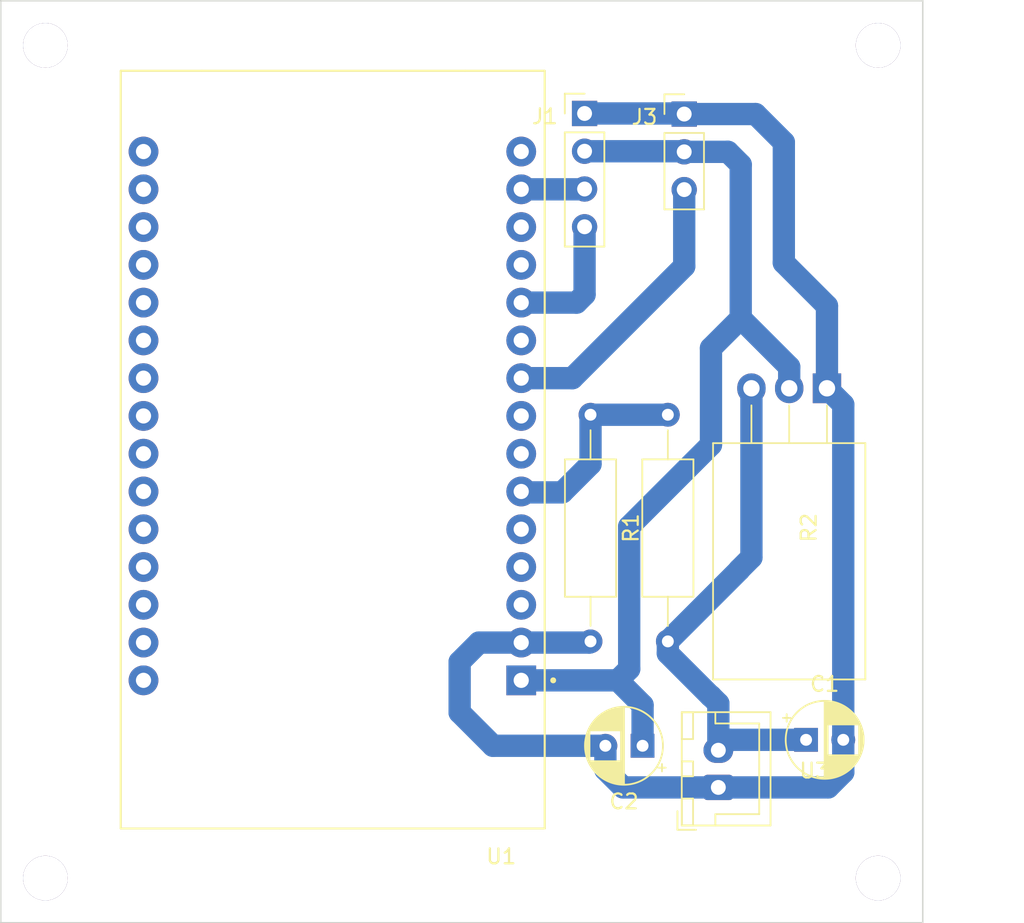
<source format=kicad_pcb>
(kicad_pcb (version 20221018) (generator pcbnew)
  (layers (0 "F.Cu" signal) (31 "B.Cu" signal) (34 "B.Paste" user) (35 "F.Paste" user) (36 "B.SilkS" user "B.Silkscreen") (37 "F.SilkS" user "F.Silkscreen") (38 "B.Mask" user) (39 "F.Mask" user) (44 "Edge.Cuts" user))
  (net 0 "")
  (net 1 "+3.3V")
  (net 2 "GND")
  (net 3 "DATA_DHT11")
  (net 10 "ADC_BATT")
  (net 19 "SDA")
  (net 20 "SCL")
  (net 26 "BATT+")
  (footprint "Package_TO_SOT_THT:TO-220-3_Horizontal_TabDown" (layer "F.Cu") (at 224.56 65.06 180)
    (fp_text reference "U3" (at 0.845113 -25.72) (layer "F.SilkS"))
    (fp_text value "LM1117T-3.3")
    (fp_line (start -2.58 -19.58) (end -2.58 -3.69) (stroke (width 0.12)) (layer "F.SilkS"))
    (fp_line (start -2.58 -19.58) (end 7.66 -19.58) (stroke (width 0.12)) (layer "F.SilkS"))
    (fp_line (start -2.58 -3.69) (end 7.66 -3.69) (stroke (width 0.12)) (layer "F.SilkS"))
    (fp_line (start 0 -3.69) (end 0 -1.15) (stroke (width 0.12)) (layer "F.SilkS"))
    (fp_line (start 2.54 -3.69) (end 2.54 -1.15) (stroke (width 0.12)) (layer "F.SilkS"))
    (fp_line (start 5.08 -3.69) (end 5.08 -1.15) (stroke (width 0.12)) (layer "F.SilkS"))
    (fp_line (start 7.66 -19.58) (end 7.66 -3.69) (stroke (width 0.12)) (layer "F.SilkS"))
    (pad "" np_thru_hole oval (at 2.54 -16.66 180) (size 3.5 3.5) (drill 3.5) (layers "*.Cu" "*.Mask"))
    (pad "1" thru_hole rect (at 0 0 180) (size 1.905 2) (drill 1.1) (layers "*.Cu" "*.Mask") (net 2 "GND"))
    (pad "2" thru_hole oval (at 2.54 0 180) (size 1.905 2) (drill 1.1) (layers "*.Cu" "*.Mask") (net 1 "+3.3V"))
    (pad "3" thru_hole oval (at 5.08 0 180) (size 1.905 2) (drill 1.1) (layers "*.Cu" "*.Mask") (net 26 "BATT+"))
  )
  (footprint "Resistor_THT:R_Axial_DIN0309_L9.0mm_D3.2mm_P15.24mm_Horizontal" (layer "F.Cu") (at 208.66 66.84 -90)
    (fp_text reference "R1" (at 7.62 -2.72 -90) (layer "F.SilkS"))
    (fp_text value "R")
    (fp_line (start 1.04 0) (end 3 0) (stroke (width 0.12)) (layer "F.SilkS"))
    (fp_line (start 3 -1.72) (end 3 1.72) (stroke (width 0.12)) (layer "F.SilkS"))
    (fp_line (start 3 1.72) (end 12.24 1.72) (stroke (width 0.12)) (layer "F.SilkS"))
    (fp_line (start 12.24 -1.72) (end 3 -1.72) (stroke (width 0.12)) (layer "F.SilkS"))
    (fp_line (start 12.24 1.72) (end 12.24 -1.72) (stroke (width 0.12)) (layer "F.SilkS"))
    (fp_line (start 14.2 0) (end 12.24 0) (stroke (width 0.12)) (layer "F.SilkS"))
    (pad "1" thru_hole circle (at 0 0 270) (size 1.6 1.6) (drill 0.8) (layers "*.Cu" "*.Mask") (net 10 "ADC_BATT"))
    (pad "2" thru_hole oval (at 15.24 0 270) (size 1.6 1.6) (drill 0.8) (layers "*.Cu" "*.Mask") (net 2 "GND"))
  )
  (footprint "Connector_PinHeader_2.54mm:PinHeader_1x04_P2.54mm_Vertical" (layer "F.Cu") (at 208.26 46.58)
    (fp_text reference "J1" (at -2.67 0.2) (layer "F.SilkS"))
    (fp_text value "OLED")
    (fp_line (start -1.33 -1.33) (end 0 -1.33) (stroke (width 0.12)) (layer "F.SilkS"))
    (fp_line (start -1.33 0) (end -1.33 -1.33) (stroke (width 0.12)) (layer "F.SilkS"))
    (fp_line (start -1.33 1.27) (end -1.33 8.95) (stroke (width 0.12)) (layer "F.SilkS"))
    (fp_line (start -1.33 1.27) (end 1.33 1.27) (stroke (width 0.12)) (layer "F.SilkS"))
    (fp_line (start -1.33 8.95) (end 1.33 8.95) (stroke (width 0.12)) (layer "F.SilkS"))
    (fp_line (start 1.33 1.27) (end 1.33 8.95) (stroke (width 0.12)) (layer "F.SilkS"))
    (pad "1" thru_hole rect (at 0 0) (size 1.7 1.7) (drill 1) (layers "*.Cu" "*.Mask") (net 2 "GND"))
    (pad "2" thru_hole oval (at 0 2.54) (size 1.7 1.7) (drill 1) (layers "*.Cu" "*.Mask") (net 1 "+3.3V"))
    (pad "3" thru_hole oval (at 0 5.08) (size 1.7 1.7) (drill 1) (layers "*.Cu" "*.Mask") (net 20 "SCL"))
    (pad "4" thru_hole oval (at 0 7.62) (size 1.7 1.7) (drill 1) (layers "*.Cu" "*.Mask") (net 19 "SDA"))
  )
  (footprint "Connector_PinHeader_2.54mm:PinHeader_1x03_P2.54mm_Vertical" (layer "F.Cu") (at 214.96 46.62)
    (fp_text reference "J3" (at -2.67 0.2) (layer "F.SilkS"))
    (fp_text value "DHT11")
    (fp_line (start -1.33 -1.33) (end 0 -1.33) (stroke (width 0.12)) (layer "F.SilkS"))
    (fp_line (start -1.33 0) (end -1.33 -1.33) (stroke (width 0.12)) (layer "F.SilkS"))
    (fp_line (start -1.33 1.27) (end -1.33 6.41) (stroke (width 0.12)) (layer "F.SilkS"))
    (fp_line (start -1.33 1.27) (end 1.33 1.27) (stroke (width 0.12)) (layer "F.SilkS"))
    (fp_line (start -1.33 6.41) (end 1.33 6.41) (stroke (width 0.12)) (layer "F.SilkS"))
    (fp_line (start 1.33 1.27) (end 1.33 6.41) (stroke (width 0.12)) (layer "F.SilkS"))
    (pad "1" thru_hole rect (at 0 0) (size 1.7 1.7) (drill 1) (layers "*.Cu" "*.Mask") (net 2 "GND"))
    (pad "2" thru_hole oval (at 0 2.54) (size 1.7 1.7) (drill 1) (layers "*.Cu" "*.Mask") (net 1 "+3.3V"))
    (pad "3" thru_hole oval (at 0 5.08) (size 1.7 1.7) (drill 1) (layers "*.Cu" "*.Mask") (net 3 "DATA_DHT11"))
  )
  (footprint "Connector_JST:JST_XH_B2B-XH-A_1x02_P2.50mm_Vertical" (layer "F.Cu") (at 217.254887 91.9 90)
    (fp_text reference "J2" hide)
    (fp_text value "BATT" hide)
    (fp_line (start -2.85 -2.75) (end -2.85 -1.5) (stroke (width 0.12)) (layer "F.SilkS"))
    (fp_line (start -2.56 -2.46) (end -2.56 3.51) (stroke (width 0.12)) (layer "F.SilkS"))
    (fp_line (start -2.56 3.51) (end 5.06 3.51) (stroke (width 0.12)) (layer "F.SilkS"))
    (fp_line (start -2.55 -2.45) (end -2.55 -1.7) (stroke (width 0.12)) (layer "F.SilkS"))
    (fp_line (start -2.55 -1.7) (end -0.75 -1.7) (stroke (width 0.12)) (layer "F.SilkS"))
    (fp_line (start -2.55 -0.2) (end -1.8 -0.2) (stroke (width 0.12)) (layer "F.SilkS"))
    (fp_line (start -1.8 -0.2) (end -1.8 2.75) (stroke (width 0.12)) (layer "F.SilkS"))
    (fp_line (start -1.8 2.75) (end 1.25 2.75) (stroke (width 0.12)) (layer "F.SilkS"))
    (fp_line (start -1.6 -2.75) (end -2.85 -2.75) (stroke (width 0.12)) (layer "F.SilkS"))
    (fp_line (start -0.75 -2.45) (end -2.55 -2.45) (stroke (width 0.12)) (layer "F.SilkS"))
    (fp_line (start -0.75 -1.7) (end -0.75 -2.45) (stroke (width 0.12)) (layer "F.SilkS"))
    (fp_line (start 0.75 -2.45) (end 0.75 -1.7) (stroke (width 0.12)) (layer "F.SilkS"))
    (fp_line (start 0.75 -1.7) (end 1.75 -1.7) (stroke (width 0.12)) (layer "F.SilkS"))
    (fp_line (start 1.75 -2.45) (end 0.75 -2.45) (stroke (width 0.12)) (layer "F.SilkS"))
    (fp_line (start 1.75 -1.7) (end 1.75 -2.45) (stroke (width 0.12)) (layer "F.SilkS"))
    (fp_line (start 3.25 -2.45) (end 3.25 -1.7) (stroke (width 0.12)) (layer "F.SilkS"))
    (fp_line (start 3.25 -1.7) (end 5.05 -1.7) (stroke (width 0.12)) (layer "F.SilkS"))
    (fp_line (start 4.3 -0.2) (end 4.3 2.75) (stroke (width 0.12)) (layer "F.SilkS"))
    (fp_line (start 4.3 2.75) (end 1.25 2.75) (stroke (width 0.12)) (layer "F.SilkS"))
    (fp_line (start 5.05 -2.45) (end 3.25 -2.45) (stroke (width 0.12)) (layer "F.SilkS"))
    (fp_line (start 5.05 -1.7) (end 5.05 -2.45) (stroke (width 0.12)) (layer "F.SilkS"))
    (fp_line (start 5.05 -0.2) (end 4.3 -0.2) (stroke (width 0.12)) (layer "F.SilkS"))
    (fp_line (start 5.06 -2.46) (end -2.56 -2.46) (stroke (width 0.12)) (layer "F.SilkS"))
    (fp_line (start 5.06 3.51) (end 5.06 -2.46) (stroke (width 0.12)) (layer "F.SilkS"))
    (pad "1" thru_hole roundrect (at 0 0 90) (size 1.7 2) (drill 1) (layers "*.Cu" "*.Mask") (roundrect_rratio 0.1470588235) (net 2 "GND"))
    (pad "2" thru_hole oval (at 2.5 0 90) (size 1.7 2) (drill 1) (layers "*.Cu" "*.Mask") (net 26 "BATT+"))
  )
  (footprint "Resistor_THT:R_Axial_DIN0309_L9.0mm_D3.2mm_P15.24mm_Horizontal" (layer "F.Cu") (at 213.86 82.08 90)
    (fp_text reference "R2" (at 7.65 9.48 90) (layer "F.SilkS"))
    (fp_text value "R")
    (fp_line (start 1.04 0) (end 3 0) (stroke (width 0.12)) (layer "F.SilkS"))
    (fp_line (start 3 -1.72) (end 3 1.72) (stroke (width 0.12)) (layer "F.SilkS"))
    (fp_line (start 3 1.72) (end 12.24 1.72) (stroke (width 0.12)) (layer "F.SilkS"))
    (fp_line (start 12.24 -1.72) (end 3 -1.72) (stroke (width 0.12)) (layer "F.SilkS"))
    (fp_line (start 12.24 1.72) (end 12.24 -1.72) (stroke (width 0.12)) (layer "F.SilkS"))
    (fp_line (start 14.2 0) (end 12.24 0) (stroke (width 0.12)) (layer "F.SilkS"))
    (pad "1" thru_hole circle (at 0 0 90) (size 1.6 1.6) (drill 0.8) (layers "*.Cu" "*.Mask") (net 26 "BATT+"))
    (pad "2" thru_hole oval (at 15.24 0 90) (size 1.6 1.6) (drill 0.8) (layers "*.Cu" "*.Mask") (net 10 "ADC_BATT"))
  )
  (footprint "ESP:MODULE_ESP32_DEVKIT_V1" (layer "F.Cu") (at 191.3 69.185 180)
    (fp_text reference "U1" (at -11.355 -27.36) (layer "F.SilkS"))
    (fp_text value "ESP32-DEVKIT-V1")
    (fp_line (start -14.28 -25.475) (end -3.211 -25.475) (stroke (width 0.127)) (layer "F.SilkS"))
    (fp_line (start -14.28 -25.475) (end 14.23 -25.475) (stroke (width 0.127)) (layer "F.SilkS"))
    (fp_line (start -14.28 25.475) (end -14.28 -25.475) (stroke (width 0.127)) (layer "F.SilkS"))
    (fp_line (start -14.28 25.475) (end -14.28 -25.475) (stroke (width 0.127)) (layer "F.SilkS"))
    (fp_line (start -14.28 25.475) (end -8.91 25.475) (stroke (width 0.127)) (layer "F.SilkS"))
    (fp_line (start -8.91 25.475) (end 8.78 25.475) (stroke (width 0.127)) (layer "F.SilkS"))
    (fp_line (start -3.211 -25.475) (end 3.5 -25.475) (stroke (width 0.127)) (layer "F.SilkS"))
    (fp_line (start 3.5 -25.475) (end 14.23 -25.475) (stroke (width 0.127)) (layer "F.SilkS"))
    (fp_line (start 8.78 25.475) (end 14.23 25.475) (stroke (width 0.127)) (layer "F.SilkS"))
    (fp_line (start 14.23 -25.475) (end 14.23 25.475) (stroke (width 0.127)) (layer "F.SilkS"))
    (fp_line (start 14.23 -25.475) (end 14.23 25.475) (stroke (width 0.127)) (layer "F.SilkS"))
    (fp_line (start 14.23 25.475) (end -14.28 25.475) (stroke (width 0.127)) (layer "F.SilkS"))
    (fp_circle (center -14.85 -15.515) (end -14.75 -15.515) (stroke (width 0.2)) (fill none) (layer "F.SilkS"))
    (pad "" np_thru_hole circle (at -12.28 -23.475 180) (size 3 3) (drill 3) (layers "*.Cu" "*.Mask"))
    (pad "" np_thru_hole circle (at -12.28 23.475 180) (size 3 3) (drill 3) (layers "*.Cu" "*.Mask"))
    (pad "" np_thru_hole circle (at 12.23 -23.475 180) (size 3 3) (drill 3) (layers "*.Cu" "*.Mask"))
    (pad "" np_thru_hole circle (at 12.23 23.475 180) (size 3 3) (drill 3) (layers "*.Cu" "*.Mask"))
    (pad "1" thru_hole rect (at -12.7 -15.515 180) (size 2 2) (drill 1.02) (layers "*.Cu" "*.Mask") (net 1 "+3.3V"))
    (pad "2" thru_hole circle (at -12.7 -12.975 180) (size 2 2) (drill 1.02) (layers "*.Cu" "*.Mask") (net 2 "GND"))
    (pad "3" thru_hole circle (at -12.7 -10.435 180) (size 2 2) (drill 1.02) (layers "*.Cu" "*.Mask"))
    (pad "4" thru_hole circle (at -12.7 -7.895 180) (size 2 2) (drill 1.02) (layers "*.Cu" "*.Mask"))
    (pad "5" thru_hole circle (at -12.7 -5.355 180) (size 2 2) (drill 1.02) (layers "*.Cu" "*.Mask"))
    (pad "6" thru_hole circle (at -12.7 -2.815 180) (size 2 2) (drill 1.02) (layers "*.Cu" "*.Mask") (net 10 "ADC_BATT"))
    (pad "7" thru_hole circle (at -12.7 -0.275 180) (size 2 2) (drill 1.02) (layers "*.Cu" "*.Mask"))
    (pad "8" thru_hole circle (at -12.7 2.265 180) (size 2 2) (drill 1.02) (layers "*.Cu" "*.Mask"))
    (pad "9" thru_hole circle (at -12.7 4.805 180) (size 2 2) (drill 1.02) (layers "*.Cu" "*.Mask") (net 3 "DATA_DHT11"))
    (pad "10" thru_hole circle (at -12.7 7.345 180) (size 2 2) (drill 1.02) (layers "*.Cu" "*.Mask"))
    (pad "11" thru_hole circle (at -12.7 9.885 180) (size 2 2) (drill 1.02) (layers "*.Cu" "*.Mask") (net 19 "SDA"))
    (pad "12" thru_hole circle (at -12.7 12.425 180) (size 2 2) (drill 1.02) (layers "*.Cu" "*.Mask"))
    (pad "13" thru_hole circle (at -12.7 14.965 180) (size 2 2) (drill 1.02) (layers "*.Cu" "*.Mask"))
    (pad "14" thru_hole circle (at -12.7 17.505 180) (size 2 2) (drill 1.02) (layers "*.Cu" "*.Mask") (net 20 "SCL"))
    (pad "15" thru_hole circle (at -12.7 20.045 180) (size 2 2) (drill 1.02) (layers "*.Cu" "*.Mask"))
    (pad "16" thru_hole circle (at 12.7 20.045 180) (size 2 2) (drill 1.02) (layers "*.Cu" "*.Mask"))
    (pad "17" thru_hole circle (at 12.7 17.505 180) (size 2 2) (drill 1.02) (layers "*.Cu" "*.Mask"))
    (pad "18" thru_hole circle (at 12.7 14.965 180) (size 2 2) (drill 1.02) (layers "*.Cu" "*.Mask"))
    (pad "19" thru_hole circle (at 12.7 12.425 180) (size 2 2) (drill 1.02) (layers "*.Cu" "*.Mask"))
    (pad "20" thru_hole circle (at 12.7 9.885 180) (size 2 2) (drill 1.02) (layers "*.Cu" "*.Mask"))
    (pad "21" thru_hole circle (at 12.7 7.345 180) (size 2 2) (drill 1.02) (layers "*.Cu" "*.Mask"))
    (pad "22" thru_hole circle (at 12.7 4.805 180) (size 2 2) (drill 1.02) (layers "*.Cu" "*.Mask"))
    (pad "23" thru_hole circle (at 12.7 2.265 180) (size 2 2) (drill 1.02) (layers "*.Cu" "*.Mask"))
    (pad "24" thru_hole circle (at 12.7 -0.275 180) (size 2 2) (drill 1.02) (layers "*.Cu" "*.Mask"))
    (pad "25" thru_hole circle (at 12.7 -2.815 180) (size 2 2) (drill 1.02) (layers "*.Cu" "*.Mask"))
    (pad "26" thru_hole circle (at 12.7 -5.355 180) (size 2 2) (drill 1.02) (layers "*.Cu" "*.Mask"))
    (pad "27" thru_hole circle (at 12.7 -7.895 180) (size 2 2) (drill 1.02) (layers "*.Cu" "*.Mask"))
    (pad "28" thru_hole circle (at 12.7 -10.435 180) (size 2 2) (drill 1.02) (layers "*.Cu" "*.Mask"))
    (pad "29" thru_hole circle (at 12.7 -12.975 180) (size 2 2) (drill 1.02) (layers "*.Cu" "*.Mask") (net 2 "GND"))
    (pad "30" thru_hole circle (at 12.7 -15.515 180) (size 2 2) (drill 1.02) (layers "*.Cu" "*.Mask"))
  )
  (footprint "Capacitor_THT:CP_Radial_D5.0mm_P2.50mm" (layer "F.Cu") (at 223.154888 88.7)
    (fp_text reference "C1" (at 1.25 -3.75) (layer "F.SilkS"))
    (fp_text value "C")
    (fp_line (start -1.554775 -1.475) (end -1.054775 -1.475) (stroke (width 0.12)) (layer "F.SilkS"))
    (fp_line (start -1.304775 -1.725) (end -1.304775 -1.225) (stroke (width 0.12)) (layer "F.SilkS"))
    (fp_line (start 1.25 -2.58) (end 1.25 2.58) (stroke (width 0.12)) (layer "F.SilkS"))
    (fp_line (start 1.29 -2.58) (end 1.29 2.58) (stroke (width 0.12)) (layer "F.SilkS"))
    (fp_line (start 1.33 -2.579) (end 1.33 2.579) (stroke (width 0.12)) (layer "F.SilkS"))
    (fp_line (start 1.37 -2.578) (end 1.37 2.578) (stroke (width 0.12)) (layer "F.SilkS"))
    (fp_line (start 1.41 -2.576) (end 1.41 2.576) (stroke (width 0.12)) (layer "F.SilkS"))
    (fp_line (start 1.45 -2.573) (end 1.45 2.573) (stroke (width 0.12)) (layer "F.SilkS"))
    (fp_line (start 1.49 -2.569) (end 1.49 -1.04) (stroke (width 0.12)) (layer "F.SilkS"))
    (fp_line (start 1.49 1.04) (end 1.49 2.569) (stroke (width 0.12)) (layer "F.SilkS"))
    (fp_line (start 1.53 -2.565) (end 1.53 -1.04) (stroke (width 0.12)) (layer "F.SilkS"))
    (fp_line (start 1.53 1.04) (end 1.53 2.565) (stroke (width 0.12)) (layer "F.SilkS"))
    (fp_line (start 1.57 -2.561) (end 1.57 -1.04) (stroke (width 0.12)) (layer "F.SilkS"))
    (fp_line (start 1.57 1.04) (end 1.57 2.561) (stroke (width 0.12)) (layer "F.SilkS"))
    (fp_line (start 1.61 -2.556) (end 1.61 -1.04) (stroke (width 0.12)) (layer "F.SilkS"))
    (fp_line (start 1.61 1.04) (end 1.61 2.556) (stroke (width 0.12)) (layer "F.SilkS"))
    (fp_line (start 1.65 -2.55) (end 1.65 -1.04) (stroke (width 0.12)) (layer "F.SilkS"))
    (fp_line (start 1.65 1.04) (end 1.65 2.55) (stroke (width 0.12)) (layer "F.SilkS"))
    (fp_line (start 1.69 -2.543) (end 1.69 -1.04) (stroke (width 0.12)) (layer "F.SilkS"))
    (fp_line (start 1.69 1.04) (end 1.69 2.543) (stroke (width 0.12)) (layer "F.SilkS"))
    (fp_line (start 1.73 -2.536) (end 1.73 -1.04) (stroke (width 0.12)) (layer "F.SilkS"))
    (fp_line (start 1.73 1.04) (end 1.73 2.536) (stroke (width 0.12)) (layer "F.SilkS"))
    (fp_line (start 1.77 -2.528) (end 1.77 -1.04) (stroke (width 0.12)) (layer "F.SilkS"))
    (fp_line (start 1.77 1.04) (end 1.77 2.528) (stroke (width 0.12)) (layer "F.SilkS"))
    (fp_line (start 1.81 -2.52) (end 1.81 -1.04) (stroke (width 0.12)) (layer "F.SilkS"))
    (fp_line (start 1.81 1.04) (end 1.81 2.52) (stroke (width 0.12)) (layer "F.SilkS"))
    (fp_line (start 1.85 -2.511) (end 1.85 -1.04) (stroke (width 0.12)) (layer "F.SilkS"))
    (fp_line (start 1.85 1.04) (end 1.85 2.511) (stroke (width 0.12)) (layer "F.SilkS"))
    (fp_line (start 1.89 -2.501) (end 1.89 -1.04) (stroke (width 0.12)) (layer "F.SilkS"))
    (fp_line (start 1.89 1.04) (end 1.89 2.501) (stroke (width 0.12)) (layer "F.SilkS"))
    (fp_line (start 1.93 -2.491) (end 1.93 -1.04) (stroke (width 0.12)) (layer "F.SilkS"))
    (fp_line (start 1.93 1.04) (end 1.93 2.491) (stroke (width 0.12)) (layer "F.SilkS"))
    (fp_line (start 1.971 -2.48) (end 1.971 -1.04) (stroke (width 0.12)) (layer "F.SilkS"))
    (fp_line (start 1.971 1.04) (end 1.971 2.48) (stroke (width 0.12)) (layer "F.SilkS"))
    (fp_line (start 2.011 -2.468) (end 2.011 -1.04) (stroke (width 0.12)) (layer "F.SilkS"))
    (fp_line (start 2.011 1.04) (end 2.011 2.468) (stroke (width 0.12)) (layer "F.SilkS"))
    (fp_line (start 2.051 -2.455) (end 2.051 -1.04) (stroke (width 0.12)) (layer "F.SilkS"))
    (fp_line (start 2.051 1.04) (end 2.051 2.455) (stroke (width 0.12)) (layer "F.SilkS"))
    (fp_line (start 2.091 -2.442) (end 2.091 -1.04) (stroke (width 0.12)) (layer "F.SilkS"))
    (fp_line (start 2.091 1.04) (end 2.091 2.442) (stroke (width 0.12)) (layer "F.SilkS"))
    (fp_line (start 2.131 -2.428) (end 2.131 -1.04) (stroke (width 0.12)) (layer "F.SilkS"))
    (fp_line (start 2.131 1.04) (end 2.131 2.428) (stroke (width 0.12)) (layer "F.SilkS"))
    (fp_line (start 2.171 -2.414) (end 2.171 -1.04) (stroke (width 0.12)) (layer "F.SilkS"))
    (fp_line (start 2.171 1.04) (end 2.171 2.414) (stroke (width 0.12)) (layer "F.SilkS"))
    (fp_line (start 2.211 -2.398) (end 2.211 -1.04) (stroke (width 0.12)) (layer "F.SilkS"))
    (fp_line (start 2.211 1.04) (end 2.211 2.398) (stroke (width 0.12)) (layer "F.SilkS"))
    (fp_line (start 2.251 -2.382) (end 2.251 -1.04) (stroke (width 0.12)) (layer "F.SilkS"))
    (fp_line (start 2.251 1.04) (end 2.251 2.382) (stroke (width 0.12)) (layer "F.SilkS"))
    (fp_line (start 2.291 -2.365) (end 2.291 -1.04) (stroke (width 0.12)) (layer "F.SilkS"))
    (fp_line (start 2.291 1.04) (end 2.291 2.365) (stroke (width 0.12)) (layer "F.SilkS"))
    (fp_line (start 2.331 -2.348) (end 2.331 -1.04) (stroke (width 0.12)) (layer "F.SilkS"))
    (fp_line (start 2.331 1.04) (end 2.331 2.348) (stroke (width 0.12)) (layer "F.SilkS"))
    (fp_line (start 2.371 -2.329) (end 2.371 -1.04) (stroke (width 0.12)) (layer "F.SilkS"))
    (fp_line (start 2.371 1.04) (end 2.371 2.329) (stroke (width 0.12)) (layer "F.SilkS"))
    (fp_line (start 2.411 -2.31) (end 2.411 -1.04) (stroke (width 0.12)) (layer "F.SilkS"))
    (fp_line (start 2.411 1.04) (end 2.411 2.31) (stroke (width 0.12)) (layer "F.SilkS"))
    (fp_line (start 2.451 -2.29) (end 2.451 -1.04) (stroke (width 0.12)) (layer "F.SilkS"))
    (fp_line (start 2.451 1.04) (end 2.451 2.29) (stroke (width 0.12)) (layer "F.SilkS"))
    (fp_line (start 2.491 -2.268) (end 2.491 -1.04) (stroke (width 0.12)) (layer "F.SilkS"))
    (fp_line (start 2.491 1.04) (end 2.491 2.268) (stroke (width 0.12)) (layer "F.SilkS"))
    (fp_line (start 2.531 -2.247) (end 2.531 -1.04) (stroke (width 0.12)) (layer "F.SilkS"))
    (fp_line (start 2.531 1.04) (end 2.531 2.247) (stroke (width 0.12)) (layer "F.SilkS"))
    (fp_line (start 2.571 -2.224) (end 2.571 -1.04) (stroke (width 0.12)) (layer "F.SilkS"))
    (fp_line (start 2.571 1.04) (end 2.571 2.224) (stroke (width 0.12)) (layer "F.SilkS"))
    (fp_line (start 2.611 -2.2) (end 2.611 -1.04) (stroke (width 0.12)) (layer "F.SilkS"))
    (fp_line (start 2.611 1.04) (end 2.611 2.2) (stroke (width 0.12)) (layer "F.SilkS"))
    (fp_line (start 2.651 -2.175) (end 2.651 -1.04) (stroke (width 0.12)) (layer "F.SilkS"))
    (fp_line (start 2.651 1.04) (end 2.651 2.175) (stroke (width 0.12)) (layer "F.SilkS"))
    (fp_line (start 2.691 -2.149) (end 2.691 -1.04) (stroke (width 0.12)) (layer "F.SilkS"))
    (fp_line (start 2.691 1.04) (end 2.691 2.149) (stroke (width 0.12)) (layer "F.SilkS"))
    (fp_line (start 2.731 -2.122) (end 2.731 -1.04) (stroke (width 0.12)) (layer "F.SilkS"))
    (fp_line (start 2.731 1.04) (end 2.731 2.122) (stroke (width 0.12)) (layer "F.SilkS"))
    (fp_line (start 2.771 -2.095) (end 2.771 -1.04) (stroke (width 0.12)) (layer "F.SilkS"))
    (fp_line (start 2.771 1.04) (end 2.771 2.095) (stroke (width 0.12)) (layer "F.SilkS"))
    (fp_line (start 2.811 -2.065) (end 2.811 -1.04) (stroke (width 0.12)) (layer "F.SilkS"))
    (fp_line (start 2.811 1.04) (end 2.811 2.065) (stroke (width 0.12)) (layer "F.SilkS"))
    (fp_line (start 2.851 -2.035) (end 2.851 -1.04) (stroke (width 0.12)) (layer "F.SilkS"))
    (fp_line (start 2.851 1.04) (end 2.851 2.035) (stroke (width 0.12)) (layer "F.SilkS"))
    (fp_line (start 2.891 -2.004) (end 2.891 -1.04) (stroke (width 0.12)) (layer "F.SilkS"))
    (fp_line (start 2.891 1.04) (end 2.891 2.004) (stroke (width 0.12)) (layer "F.SilkS"))
    (fp_line (start 2.931 -1.971) (end 2.931 -1.04) (stroke (width 0.12)) (layer "F.SilkS"))
    (fp_line (start 2.931 1.04) (end 2.931 1.971) (stroke (width 0.12)) (layer "F.SilkS"))
    (fp_line (start 2.971 -1.937) (end 2.971 -1.04) (stroke (width 0.12)) (layer "F.SilkS"))
    (fp_line (start 2.971 1.04) (end 2.971 1.937) (stroke (width 0.12)) (layer "F.SilkS"))
    (fp_line (start 3.011 -1.901) (end 3.011 -1.04) (stroke (width 0.12)) (layer "F.SilkS"))
    (fp_line (start 3.011 1.04) (end 3.011 1.901) (stroke (width 0.12)) (layer "F.SilkS"))
    (fp_line (start 3.051 -1.864) (end 3.051 -1.04) (stroke (width 0.12)) (layer "F.SilkS"))
    (fp_line (start 3.051 1.04) (end 3.051 1.864) (stroke (width 0.12)) (layer "F.SilkS"))
    (fp_line (start 3.091 -1.826) (end 3.091 -1.04) (stroke (width 0.12)) (layer "F.SilkS"))
    (fp_line (start 3.091 1.04) (end 3.091 1.826) (stroke (width 0.12)) (layer "F.SilkS"))
    (fp_line (start 3.131 -1.785) (end 3.131 -1.04) (stroke (width 0.12)) (layer "F.SilkS"))
    (fp_line (start 3.131 1.04) (end 3.131 1.785) (stroke (width 0.12)) (layer "F.SilkS"))
    (fp_line (start 3.171 -1.743) (end 3.171 -1.04) (stroke (width 0.12)) (layer "F.SilkS"))
    (fp_line (start 3.171 1.04) (end 3.171 1.743) (stroke (width 0.12)) (layer "F.SilkS"))
    (fp_line (start 3.211 -1.699) (end 3.211 -1.04) (stroke (width 0.12)) (layer "F.SilkS"))
    (fp_line (start 3.211 1.04) (end 3.211 1.699) (stroke (width 0.12)) (layer "F.SilkS"))
    (fp_line (start 3.251 -1.653) (end 3.251 -1.04) (stroke (width 0.12)) (layer "F.SilkS"))
    (fp_line (start 3.251 1.04) (end 3.251 1.653) (stroke (width 0.12)) (layer "F.SilkS"))
    (fp_line (start 3.291 -1.605) (end 3.291 -1.04) (stroke (width 0.12)) (layer "F.SilkS"))
    (fp_line (start 3.291 1.04) (end 3.291 1.605) (stroke (width 0.12)) (layer "F.SilkS"))
    (fp_line (start 3.331 -1.554) (end 3.331 -1.04) (stroke (width 0.12)) (layer "F.SilkS"))
    (fp_line (start 3.331 1.04) (end 3.331 1.554) (stroke (width 0.12)) (layer "F.SilkS"))
    (fp_line (start 3.371 -1.5) (end 3.371 -1.04) (stroke (width 0.12)) (layer "F.SilkS"))
    (fp_line (start 3.371 1.04) (end 3.371 1.5) (stroke (width 0.12)) (layer "F.SilkS"))
    (fp_line (start 3.411 -1.443) (end 3.411 -1.04) (stroke (width 0.12)) (layer "F.SilkS"))
    (fp_line (start 3.411 1.04) (end 3.411 1.443) (stroke (width 0.12)) (layer "F.SilkS"))
    (fp_line (start 3.451 -1.383) (end 3.451 -1.04) (stroke (width 0.12)) (layer "F.SilkS"))
    (fp_line (start 3.451 1.04) (end 3.451 1.383) (stroke (width 0.12)) (layer "F.SilkS"))
    (fp_line (start 3.491 -1.319) (end 3.491 -1.04) (stroke (width 0.12)) (layer "F.SilkS"))
    (fp_line (start 3.491 1.04) (end 3.491 1.319) (stroke (width 0.12)) (layer "F.SilkS"))
    (fp_line (start 3.531 -1.251) (end 3.531 -1.04) (stroke (width 0.12)) (layer "F.SilkS"))
    (fp_line (start 3.531 1.04) (end 3.531 1.251) (stroke (width 0.12)) (layer "F.SilkS"))
    (fp_line (start 3.571 -1.178) (end 3.571 1.178) (stroke (width 0.12)) (layer "F.SilkS"))
    (fp_line (start 3.611 -1.098) (end 3.611 1.098) (stroke (width 0.12)) (layer "F.SilkS"))
    (fp_line (start 3.651 -1.011) (end 3.651 1.011) (stroke (width 0.12)) (layer "F.SilkS"))
    (fp_line (start 3.691 -0.915) (end 3.691 0.915) (stroke (width 0.12)) (layer "F.SilkS"))
    (fp_line (start 3.731 -0.805) (end 3.731 0.805) (stroke (width 0.12)) (layer "F.SilkS"))
    (fp_line (start 3.771 -0.677) (end 3.771 0.677) (stroke (width 0.12)) (layer "F.SilkS"))
    (fp_line (start 3.811 -0.518) (end 3.811 0.518) (stroke (width 0.12)) (layer "F.SilkS"))
    (fp_line (start 3.851 -0.284) (end 3.851 0.284) (stroke (width 0.12)) (layer "F.SilkS"))
    (fp_circle (center 1.25 0) (end 3.87 0) (stroke (width 0.12)) (fill none) (layer "F.SilkS"))
    (pad "1" thru_hole rect (at 0 0) (size 1.6 1.6) (drill 0.8) (layers "*.Cu" "*.Mask") (net 26 "BATT+"))
    (pad "2" thru_hole circle (at 2.5 0) (size 1.6 1.6) (drill 0.8) (layers "*.Cu" "*.Mask") (net 2 "GND"))
  )
  (footprint "Capacitor_THT:CP_Radial_D5.0mm_P2.50mm" (layer "F.Cu") (at 212.16 89.1 180)
    (fp_text reference "C2" (at 1.25 -3.75) (layer "F.SilkS"))
    (fp_text value "C")
    (fp_line (start -1.554775 -1.475) (end -1.054775 -1.475) (stroke (width 0.12)) (layer "F.SilkS"))
    (fp_line (start -1.304775 -1.725) (end -1.304775 -1.225) (stroke (width 0.12)) (layer "F.SilkS"))
    (fp_line (start 1.25 -2.58) (end 1.25 2.58) (stroke (width 0.12)) (layer "F.SilkS"))
    (fp_line (start 1.29 -2.58) (end 1.29 2.58) (stroke (width 0.12)) (layer "F.SilkS"))
    (fp_line (start 1.33 -2.579) (end 1.33 2.579) (stroke (width 0.12)) (layer "F.SilkS"))
    (fp_line (start 1.37 -2.578) (end 1.37 2.578) (stroke (width 0.12)) (layer "F.SilkS"))
    (fp_line (start 1.41 -2.576) (end 1.41 2.576) (stroke (width 0.12)) (layer "F.SilkS"))
    (fp_line (start 1.45 -2.573) (end 1.45 2.573) (stroke (width 0.12)) (layer "F.SilkS"))
    (fp_line (start 1.49 -2.569) (end 1.49 -1.04) (stroke (width 0.12)) (layer "F.SilkS"))
    (fp_line (start 1.49 1.04) (end 1.49 2.569) (stroke (width 0.12)) (layer "F.SilkS"))
    (fp_line (start 1.53 -2.565) (end 1.53 -1.04) (stroke (width 0.12)) (layer "F.SilkS"))
    (fp_line (start 1.53 1.04) (end 1.53 2.565) (stroke (width 0.12)) (layer "F.SilkS"))
    (fp_line (start 1.57 -2.561) (end 1.57 -1.04) (stroke (width 0.12)) (layer "F.SilkS"))
    (fp_line (start 1.57 1.04) (end 1.57 2.561) (stroke (width 0.12)) (layer "F.SilkS"))
    (fp_line (start 1.61 -2.556) (end 1.61 -1.04) (stroke (width 0.12)) (layer "F.SilkS"))
    (fp_line (start 1.61 1.04) (end 1.61 2.556) (stroke (width 0.12)) (layer "F.SilkS"))
    (fp_line (start 1.65 -2.55) (end 1.65 -1.04) (stroke (width 0.12)) (layer "F.SilkS"))
    (fp_line (start 1.65 1.04) (end 1.65 2.55) (stroke (width 0.12)) (layer "F.SilkS"))
    (fp_line (start 1.69 -2.543) (end 1.69 -1.04) (stroke (width 0.12)) (layer "F.SilkS"))
    (fp_line (start 1.69 1.04) (end 1.69 2.543) (stroke (width 0.12)) (layer "F.SilkS"))
    (fp_line (start 1.73 -2.536) (end 1.73 -1.04) (stroke (width 0.12)) (layer "F.SilkS"))
    (fp_line (start 1.73 1.04) (end 1.73 2.536) (stroke (width 0.12)) (layer "F.SilkS"))
    (fp_line (start 1.77 -2.528) (end 1.77 -1.04) (stroke (width 0.12)) (layer "F.SilkS"))
    (fp_line (start 1.77 1.04) (end 1.77 2.528) (stroke (width 0.12)) (layer "F.SilkS"))
    (fp_line (start 1.81 -2.52) (end 1.81 -1.04) (stroke (width 0.12)) (layer "F.SilkS"))
    (fp_line (start 1.81 1.04) (end 1.81 2.52) (stroke (width 0.12)) (layer "F.SilkS"))
    (fp_line (start 1.85 -2.511) (end 1.85 -1.04) (stroke (width 0.12)) (layer "F.SilkS"))
    (fp_line (start 1.85 1.04) (end 1.85 2.511) (stroke (width 0.12)) (layer "F.SilkS"))
    (fp_line (start 1.89 -2.501) (end 1.89 -1.04) (stroke (width 0.12)) (layer "F.SilkS"))
    (fp_line (start 1.89 1.04) (end 1.89 2.501) (stroke (width 0.12)) (layer "F.SilkS"))
    (fp_line (start 1.93 -2.491) (end 1.93 -1.04) (stroke (width 0.12)) (layer "F.SilkS"))
    (fp_line (start 1.93 1.04) (end 1.93 2.491) (stroke (width 0.12)) (layer "F.SilkS"))
    (fp_line (start 1.971 -2.48) (end 1.971 -1.04) (stroke (width 0.12)) (layer "F.SilkS"))
    (fp_line (start 1.971 1.04) (end 1.971 2.48) (stroke (width 0.12)) (layer "F.SilkS"))
    (fp_line (start 2.011 -2.468) (end 2.011 -1.04) (stroke (width 0.12)) (layer "F.SilkS"))
    (fp_line (start 2.011 1.04) (end 2.011 2.468) (stroke (width 0.12)) (layer "F.SilkS"))
    (fp_line (start 2.051 -2.455) (end 2.051 -1.04) (stroke (width 0.12)) (layer "F.SilkS"))
    (fp_line (start 2.051 1.04) (end 2.051 2.455) (stroke (width 0.12)) (layer "F.SilkS"))
    (fp_line (start 2.091 -2.442) (end 2.091 -1.04) (stroke (width 0.12)) (layer "F.SilkS"))
    (fp_line (start 2.091 1.04) (end 2.091 2.442) (stroke (width 0.12)) (layer "F.SilkS"))
    (fp_line (start 2.131 -2.428) (end 2.131 -1.04) (stroke (width 0.12)) (layer "F.SilkS"))
    (fp_line (start 2.131 1.04) (end 2.131 2.428) (stroke (width 0.12)) (layer "F.SilkS"))
    (fp_line (start 2.171 -2.414) (end 2.171 -1.04) (stroke (width 0.12)) (layer "F.SilkS"))
    (fp_line (start 2.171 1.04) (end 2.171 2.414) (stroke (width 0.12)) (layer "F.SilkS"))
    (fp_line (start 2.211 -2.398) (end 2.211 -1.04) (stroke (width 0.12)) (layer "F.SilkS"))
    (fp_line (start 2.211 1.04) (end 2.211 2.398) (stroke (width 0.12)) (layer "F.SilkS"))
    (fp_line (start 2.251 -2.382) (end 2.251 -1.04) (stroke (width 0.12)) (layer "F.SilkS"))
    (fp_line (start 2.251 1.04) (end 2.251 2.382) (stroke (width 0.12)) (layer "F.SilkS"))
    (fp_line (start 2.291 -2.365) (end 2.291 -1.04) (stroke (width 0.12)) (layer "F.SilkS"))
    (fp_line (start 2.291 1.04) (end 2.291 2.365) (stroke (width 0.12)) (layer "F.SilkS"))
    (fp_line (start 2.331 -2.348) (end 2.331 -1.04) (stroke (width 0.12)) (layer "F.SilkS"))
    (fp_line (start 2.331 1.04) (end 2.331 2.348) (stroke (width 0.12)) (layer "F.SilkS"))
    (fp_line (start 2.371 -2.329) (end 2.371 -1.04) (stroke (width 0.12)) (layer "F.SilkS"))
    (fp_line (start 2.371 1.04) (end 2.371 2.329) (stroke (width 0.12)) (layer "F.SilkS"))
    (fp_line (start 2.411 -2.31) (end 2.411 -1.04) (stroke (width 0.12)) (layer "F.SilkS"))
    (fp_line (start 2.411 1.04) (end 2.411 2.31) (stroke (width 0.12)) (layer "F.SilkS"))
    (fp_line (start 2.451 -2.29) (end 2.451 -1.04) (stroke (width 0.12)) (layer "F.SilkS"))
    (fp_line (start 2.451 1.04) (end 2.451 2.29) (stroke (width 0.12)) (layer "F.SilkS"))
    (fp_line (start 2.491 -2.268) (end 2.491 -1.04) (stroke (width 0.12)) (layer "F.SilkS"))
    (fp_line (start 2.491 1.04) (end 2.491 2.268) (stroke (width 0.12)) (layer "F.SilkS"))
    (fp_line (start 2.531 -2.247) (end 2.531 -1.04) (stroke (width 0.12)) (layer "F.SilkS"))
    (fp_line (start 2.531 1.04) (end 2.531 2.247) (stroke (width 0.12)) (layer "F.SilkS"))
    (fp_line (start 2.571 -2.224) (end 2.571 -1.04) (stroke (width 0.12)) (layer "F.SilkS"))
    (fp_line (start 2.571 1.04) (end 2.571 2.224) (stroke (width 0.12)) (layer "F.SilkS"))
    (fp_line (start 2.611 -2.2) (end 2.611 -1.04) (stroke (width 0.12)) (layer "F.SilkS"))
    (fp_line (start 2.611 1.04) (end 2.611 2.2) (stroke (width 0.12)) (layer "F.SilkS"))
    (fp_line (start 2.651 -2.175) (end 2.651 -1.04) (stroke (width 0.12)) (layer "F.SilkS"))
    (fp_line (start 2.651 1.04) (end 2.651 2.175) (stroke (width 0.12)) (layer "F.SilkS"))
    (fp_line (start 2.691 -2.149) (end 2.691 -1.04) (stroke (width 0.12)) (layer "F.SilkS"))
    (fp_line (start 2.691 1.04) (end 2.691 2.149) (stroke (width 0.12)) (layer "F.SilkS"))
    (fp_line (start 2.731 -2.122) (end 2.731 -1.04) (stroke (width 0.12)) (layer "F.SilkS"))
    (fp_line (start 2.731 1.04) (end 2.731 2.122) (stroke (width 0.12)) (layer "F.SilkS"))
    (fp_line (start 2.771 -2.095) (end 2.771 -1.04) (stroke (width 0.12)) (layer "F.SilkS"))
    (fp_line (start 2.771 1.04) (end 2.771 2.095) (stroke (width 0.12)) (layer "F.SilkS"))
    (fp_line (start 2.811 -2.065) (end 2.811 -1.04) (stroke (width 0.12)) (layer "F.SilkS"))
    (fp_line (start 2.811 1.04) (end 2.811 2.065) (stroke (width 0.12)) (layer "F.SilkS"))
    (fp_line (start 2.851 -2.035) (end 2.851 -1.04) (stroke (width 0.12)) (layer "F.SilkS"))
    (fp_line (start 2.851 1.04) (end 2.851 2.035) (stroke (width 0.12)) (layer "F.SilkS"))
    (fp_line (start 2.891 -2.004) (end 2.891 -1.04) (stroke (width 0.12)) (layer "F.SilkS"))
    (fp_line (start 2.891 1.04) (end 2.891 2.004) (stroke (width 0.12)) (layer "F.SilkS"))
    (fp_line (start 2.931 -1.971) (end 2.931 -1.04) (stroke (width 0.12)) (layer "F.SilkS"))
    (fp_line (start 2.931 1.04) (end 2.931 1.971) (stroke (width 0.12)) (layer "F.SilkS"))
    (fp_line (start 2.971 -1.937) (end 2.971 -1.04) (stroke (width 0.12)) (layer "F.SilkS"))
    (fp_line (start 2.971 1.04) (end 2.971 1.937) (stroke (width 0.12)) (layer "F.SilkS"))
    (fp_line (start 3.011 -1.901) (end 3.011 -1.04) (stroke (width 0.12)) (layer "F.SilkS"))
    (fp_line (start 3.011 1.04) (end 3.011 1.901) (stroke (width 0.12)) (layer "F.SilkS"))
    (fp_line (start 3.051 -1.864) (end 3.051 -1.04) (stroke (width 0.12)) (layer "F.SilkS"))
    (fp_line (start 3.051 1.04) (end 3.051 1.864) (stroke (width 0.12)) (layer "F.SilkS"))
    (fp_line (start 3.091 -1.826) (end 3.091 -1.04) (stroke (width 0.12)) (layer "F.SilkS"))
    (fp_line (start 3.091 1.04) (end 3.091 1.826) (stroke (width 0.12)) (layer "F.SilkS"))
    (fp_line (start 3.131 -1.785) (end 3.131 -1.04) (stroke (width 0.12)) (layer "F.SilkS"))
    (fp_line (start 3.131 1.04) (end 3.131 1.785) (stroke (width 0.12)) (layer "F.SilkS"))
    (fp_line (start 3.171 -1.743) (end 3.171 -1.04) (stroke (width 0.12)) (layer "F.SilkS"))
    (fp_line (start 3.171 1.04) (end 3.171 1.743) (stroke (width 0.12)) (layer "F.SilkS"))
    (fp_line (start 3.211 -1.699) (end 3.211 -1.04) (stroke (width 0.12)) (layer "F.SilkS"))
    (fp_line (start 3.211 1.04) (end 3.211 1.699) (stroke (width 0.12)) (layer "F.SilkS"))
    (fp_line (start 3.251 -1.653) (end 3.251 -1.04) (stroke (width 0.12)) (layer "F.SilkS"))
    (fp_line (start 3.251 1.04) (end 3.251 1.653) (stroke (width 0.12)) (layer "F.SilkS"))
    (fp_line (start 3.291 -1.605) (end 3.291 -1.04) (stroke (width 0.12)) (layer "F.SilkS"))
    (fp_line (start 3.291 1.04) (end 3.291 1.605) (stroke (width 0.12)) (layer "F.SilkS"))
    (fp_line (start 3.331 -1.554) (end 3.331 -1.04) (stroke (width 0.12)) (layer "F.SilkS"))
    (fp_line (start 3.331 1.04) (end 3.331 1.554) (stroke (width 0.12)) (layer "F.SilkS"))
    (fp_line (start 3.371 -1.5) (end 3.371 -1.04) (stroke (width 0.12)) (layer "F.SilkS"))
    (fp_line (start 3.371 1.04) (end 3.371 1.5) (stroke (width 0.12)) (layer "F.SilkS"))
    (fp_line (start 3.411 -1.443) (end 3.411 -1.04) (stroke (width 0.12)) (layer "F.SilkS"))
    (fp_line (start 3.411 1.04) (end 3.411 1.443) (stroke (width 0.12)) (layer "F.SilkS"))
    (fp_line (start 3.451 -1.383) (end 3.451 -1.04) (stroke (width 0.12)) (layer "F.SilkS"))
    (fp_line (start 3.451 1.04) (end 3.451 1.383) (stroke (width 0.12)) (layer "F.SilkS"))
    (fp_line (start 3.491 -1.319) (end 3.491 -1.04) (stroke (width 0.12)) (layer "F.SilkS"))
    (fp_line (start 3.491 1.04) (end 3.491 1.319) (stroke (width 0.12)) (layer "F.SilkS"))
    (fp_line (start 3.531 -1.251) (end 3.531 -1.04) (stroke (width 0.12)) (layer "F.SilkS"))
    (fp_line (start 3.531 1.04) (end 3.531 1.251) (stroke (width 0.12)) (layer "F.SilkS"))
    (fp_line (start 3.571 -1.178) (end 3.571 1.178) (stroke (width 0.12)) (layer "F.SilkS"))
    (fp_line (start 3.611 -1.098) (end 3.611 1.098) (stroke (width 0.12)) (layer "F.SilkS"))
    (fp_line (start 3.651 -1.011) (end 3.651 1.011) (stroke (width 0.12)) (layer "F.SilkS"))
    (fp_line (start 3.691 -0.915) (end 3.691 0.915) (stroke (width 0.12)) (layer "F.SilkS"))
    (fp_line (start 3.731 -0.805) (end 3.731 0.805) (stroke (width 0.12)) (layer "F.SilkS"))
    (fp_line (start 3.771 -0.677) (end 3.771 0.677) (stroke (width 0.12)) (layer "F.SilkS"))
    (fp_line (start 3.811 -0.518) (end 3.811 0.518) (stroke (width 0.12)) (layer "F.SilkS"))
    (fp_line (start 3.851 -0.284) (end 3.851 0.284) (stroke (width 0.12)) (layer "F.SilkS"))
    (fp_circle (center 1.25 0) (end 3.87 0) (stroke (width 0.12)) (fill none) (layer "F.SilkS"))
    (pad "1" thru_hole rect (at 0 0 180) (size 1.6 1.6) (drill 0.8) (layers "*.Cu" "*.Mask") (net 1 "+3.3V"))
    (pad "2" thru_hole circle (at 2.5 0 180) (size 1.6 1.6) (drill 0.8) (layers "*.Cu" "*.Mask") (net 2 "GND"))
  )
  (gr_line (start 231 101) (end 231 39) (stroke (width 0.1)) (layer "Edge.Cuts"))
  (gr_line (start 169 39) (end 169 101) (stroke (width 0.1)) (layer "Edge.Cuts"))
  (gr_line (start 231 39) (end 169 39) (stroke (width 0.1)) (layer "Edge.Cuts"))
  (gr_line (start 169 101) (end 231 101) (stroke (width 0.1)) (layer "Edge.Cuts"))
  (via (at 228 42) (size 3) (drill 3) (layers "F.Cu" "B.Cu") (net 0))
  (via (at 228 98) (size 3) (drill 3) (layers "F.Cu" "B.Cu") (net 0))
  (via (at 172 42) (size 3) (drill 3) (layers "F.Cu" "B.Cu") (net 0))
  (via (at 172 98) (size 3) (drill 3) (layers "F.Cu" "B.Cu") (net 0))
  (segment (start 214.92 49.12) (end 214.96 49.16) (width 1.5) (layer "B.Cu") (net 1))
  (segment (start 210.494887 84.7) (end 204 84.7) (width 1.5) (layer "B.Cu") (net 1))
  (segment (start 212.16 86.365113) (end 210.494887 84.7) (width 1.5) (layer "B.Cu") (net 1))
  (segment (start 218.76 50.02) (end 217.9 49.16) (width 1.5) (layer "B.Cu") (net 1))
  (segment (start 211.26 83.934887) (end 210.494887 84.7) (width 1.5) (layer "B.Cu") (net 1))
  (segment (start 212.16 89.1) (end 212.16 86.365113) (width 1.5) (layer "B.Cu") (net 1))
  (segment (start 216.76 68.86) (end 211.26 74.36) (width 1.5) (layer "B.Cu") (net 1))
  (segment (start 218.76 60.36) (end 222.02 63.62) (width 1.5) (layer "B.Cu") (net 1))
  (segment (start 208.26 49.12) (end 214.92 49.12) (width 1.5) (layer "B.Cu") (net 1))
  (segment (start 216.76 62.36) (end 216.76 68.86) (width 1.5) (layer "B.Cu") (net 1))
  (segment (start 211.26 74.36) (end 211.26 83.934887) (width 1.5) (layer "B.Cu") (net 1))
  (segment (start 217.9 49.16) (end 214.96 49.16) (width 1.5) (layer "B.Cu") (net 1))
  (segment (start 218.76 60.36) (end 216.76 62.36) (width 1.5) (layer "B.Cu") (net 1))
  (segment (start 222.02 63.62) (end 222.02 65.06) (width 1.5) (layer "B.Cu") (net 1))
  (segment (start 218.76 60.36) (end 218.76 50.02) (width 1.5) (layer "B.Cu") (net 1))
  (segment (start 199.86 83.46) (end 201.16 82.16) (width 1.5) (layer "B.Cu") (net 2))
  (segment (start 214.92 46.58) (end 214.96 46.62) (width 1.5) (layer "B.Cu") (net 2))
  (segment (start 221.66 56.62) (end 221.66 48.52) (width 1.5) (layer "B.Cu") (net 2))
  (segment (start 219.76 46.62) (end 214.96 46.62) (width 1.5) (layer "B.Cu") (net 2))
  (segment (start 225.654888 90.882556) (end 225.654888 88.7) (width 1.5) (layer "B.Cu") (net 2))
  (segment (start 224.56 65.06) (end 225.654888 66.154888) (width 1.5) (layer "B.Cu") (net 2))
  (segment (start 221.66 56.62) (end 224.56 59.52) (width 1.5) (layer "B.Cu") (net 2))
  (segment (start 217.254887 91.9) (end 224.637444 91.9) (width 1.5) (layer "B.Cu") (net 2))
  (segment (start 208.58 82.16) (end 208.66 82.08) (width 1.5) (layer "B.Cu") (net 2))
  (segment (start 209.66 90.705113) (end 210.854887 91.9) (width 1.5) (layer "B.Cu") (net 2))
  (segment (start 224.56 59.52) (end 224.56 65.06) (width 1.5) (layer "B.Cu") (net 2))
  (segment (start 201.16 82.16) (end 204 82.16) (width 1.5) (layer "B.Cu") (net 2))
  (segment (start 210.854887 91.9) (end 217.254887 91.9) (width 1.5) (layer "B.Cu") (net 2))
  (segment (start 209.66 89.1) (end 209.66 90.705113) (width 1.5) (layer "B.Cu") (net 2))
  (segment (start 199.86 86.86) (end 199.86 83.46) (width 1.5) (layer "B.Cu") (net 2))
  (segment (start 221.66 48.52) (end 219.76 46.62) (width 1.5) (layer "B.Cu") (net 2))
  (segment (start 202.1 89.1) (end 199.86 86.86) (width 1.5) (layer "B.Cu") (net 2))
  (segment (start 225.654888 66.154888) (end 225.654888 88.7) (width 1.5) (layer "B.Cu") (net 2))
  (segment (start 209.66 89.1) (end 202.1 89.1) (width 1.5) (layer "B.Cu") (net 2))
  (segment (start 208.26 46.58) (end 214.92 46.58) (width 1.5) (layer "B.Cu") (net 2))
  (segment (start 224.637444 91.9) (end 225.654888 90.882556) (width 1.5) (layer "B.Cu") (net 2))
  (segment (start 204 82.16) (end 208.58 82.16) (width 1.5) (layer "B.Cu") (net 2))
  (segment (start 214.96 56.86) (end 214.96 51.7) (width 1.5) (layer "B.Cu") (net 3))
  (segment (start 207.44 64.38) (end 214.96 56.86) (width 1.5) (layer "B.Cu") (net 3))
  (segment (start 204 64.38) (end 207.44 64.38) (width 1.5) (layer "B.Cu") (net 3))
  (segment (start 208.66 66.84) (end 208.66 70.16) (width 1.5) (layer "B.Cu") (net 10))
  (segment (start 208.66 66.84) (end 213.86 66.84) (width 1.5) (layer "B.Cu") (net 10))
  (segment (start 206.76 72.06) (end 204.06 72.06) (width 1.5) (layer "B.Cu") (net 10))
  (segment (start 204.06 72.06) (end 204 72) (width 1.5) (layer "B.Cu") (net 10))
  (segment (start 208.66 70.16) (end 206.76 72.06) (width 1.5) (layer "B.Cu") (net 10))
  (segment (start 208.22 54.16) (end 208.26 54.2) (width 1.5) (layer "B.Cu") (net 19))
  (segment (start 208.26 54.2) (end 208.26 58.76) (width 1.5) (layer "B.Cu") (net 19))
  (segment (start 207.72 59.3) (end 204 59.3) (width 1.5) (layer "B.Cu") (net 19))
  (segment (start 208.26 58.76) (end 207.72 59.3) (width 1.5) (layer "B.Cu") (net 19))
  (segment (start 204 51.68) (end 208.24 51.68) (width 1.5) (layer "B.Cu") (net 20))
  (segment (start 208.24 51.68) (end 208.26 51.66) (width 1.5) (layer "B.Cu") (net 20))
  (segment (start 213.86 82.08) (end 218.66 77.28) (width 1.5) (layer "B.Cu") (net 26))
  (segment (start 223.154888 88.7) (end 217.954887 88.7) (width 1.5) (layer "B.Cu") (net 26))
  (segment (start 213.86 82.885113) (end 216.734887 85.76) (width 1.5) (layer "B.Cu") (net 26))
  (segment (start 217.954887 88.7) (end 217.254887 89.4) (width 1.5) (layer "B.Cu") (net 26))
  (segment (start 216.734887 85.76) (end 216.754887 85.76) (width 1.5) (layer "B.Cu") (net 26))
  (segment (start 217.254887 86.26) (end 217.254887 89.4) (width 1.5) (layer "B.Cu") (net 26))
  (segment (start 218.66 77.26) (end 219.48 76.44) (width 1.5) (layer "B.Cu") (net 26))
  (segment (start 216.754887 85.76) (end 217.254887 86.26) (width 1.5) (layer "B.Cu") (net 26))
  (segment (start 218.66 77.28) (end 218.66 77.26) (width 1.5) (layer "B.Cu") (net 26))
  (segment (start 219.48 76.44) (end 219.48 65.06) (width 1.5) (layer "B.Cu") (net 26))
  (segment (start 213.86 82.08) (end 213.86 82.885113) (width 1.5) (layer "B.Cu") (net 26))
)
</source>
